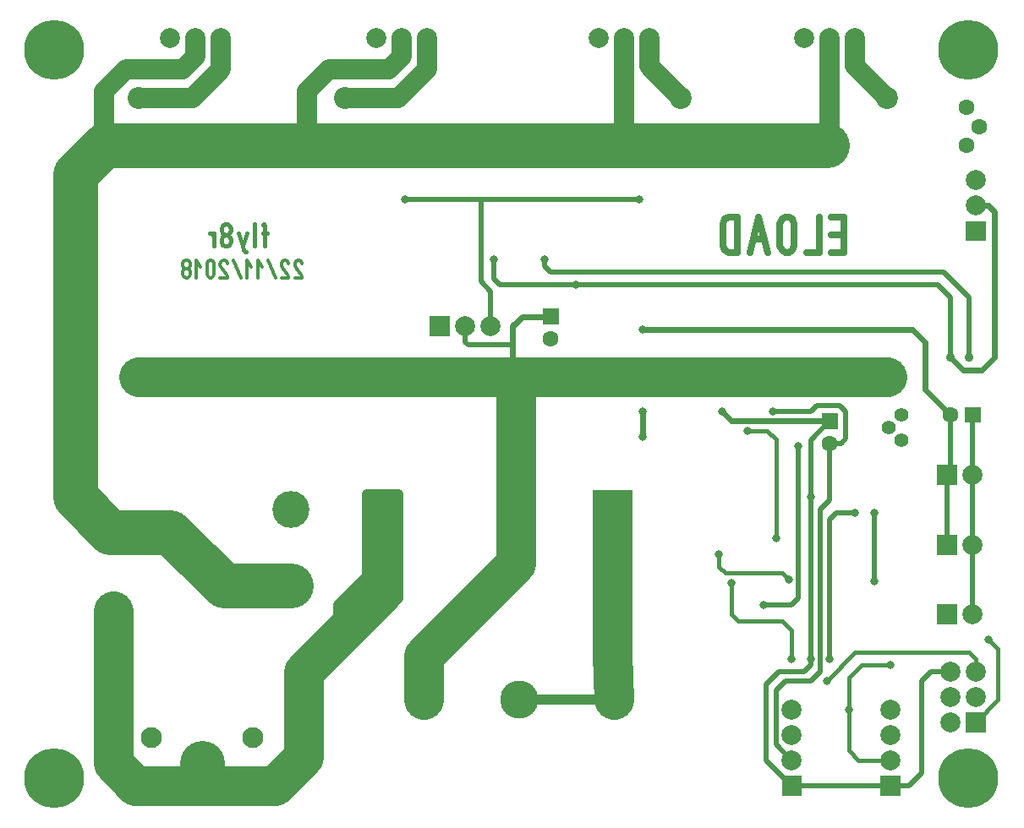
<source format=gbr>
%FSLAX34Y34*%
%MOMM*%
%LNCOPPER_BOTTOM*%
G71*
G01*
%ADD10C, 3.700*%
%ADD11C, 2.100*%
%ADD12C, 2.000*%
%ADD13C, 2.200*%
%ADD14C, 1.600*%
%ADD15C, 2.000*%
%ADD16C, 3.800*%
%ADD17C, 2.160*%
%ADD18C, 4.000*%
%ADD19C, 4.500*%
%ADD20C, 2.000*%
%ADD21C, 1.000*%
%ADD22C, 0.800*%
%ADD23C, 0.500*%
%ADD24C, 0.900*%
%ADD25C, 1.400*%
%ADD26C, 0.600*%
%ADD27C, 0.400*%
%ADD28C, 0.635*%
%ADD29C, 0.397*%
%ADD30C, 0.318*%
%ADD31C, 6.000*%
%LPD*%
X431800Y384050D02*
G54D10*
D03*
X431800Y307850D02*
G54D10*
D03*
X254000Y282450D02*
G54D10*
D03*
X342900Y130050D02*
G54D10*
D03*
X393700Y155450D02*
G54D11*
D03*
X292100Y155450D02*
G54D11*
D03*
X311150Y857125D02*
G54D12*
D03*
X336550Y857125D02*
G54D12*
D03*
X361950Y857125D02*
G54D12*
D03*
X279400Y796800D02*
G54D13*
D03*
X279400Y517400D02*
G54D13*
D03*
X485775Y796800D02*
G54D13*
D03*
X485775Y517400D02*
G54D13*
D03*
X822325Y796800D02*
G54D13*
D03*
X822325Y517400D02*
G54D13*
D03*
X1028700Y796800D02*
G54D13*
D03*
X1028700Y517400D02*
G54D13*
D03*
X517525Y857125D02*
G54D12*
D03*
X542925Y857125D02*
G54D12*
D03*
X568325Y857125D02*
G54D12*
D03*
X739775Y857125D02*
G54D12*
D03*
X765175Y857125D02*
G54D12*
D03*
X790575Y857125D02*
G54D12*
D03*
X946150Y857125D02*
G54D12*
D03*
X971550Y857125D02*
G54D12*
D03*
X996950Y857125D02*
G54D12*
D03*
X1108075Y787275D02*
G54D14*
D03*
X1120775Y768225D02*
G54D14*
D03*
X1108075Y749175D02*
G54D14*
D03*
G36*
X1122425Y471300D02*
X1106425Y471300D01*
X1106425Y487300D01*
X1122425Y487300D01*
X1122425Y471300D01*
G37*
X1092200Y479300D02*
G54D14*
D03*
G36*
X571025Y578200D02*
X591025Y578200D01*
X591025Y558200D01*
X571025Y558200D01*
X571025Y578200D01*
G37*
X606425Y568200D02*
G54D15*
D03*
X631825Y568200D02*
G54D15*
D03*
X565150Y193550D02*
G54D16*
D03*
X660150Y193550D02*
G54D16*
D03*
X755150Y193550D02*
G54D16*
D03*
G36*
X508875Y401350D02*
X538875Y401350D01*
X538875Y341350D01*
X508875Y341350D01*
X508875Y401350D01*
G37*
G36*
X738875Y401350D02*
X768875Y401350D01*
X768875Y341350D01*
X738875Y341350D01*
X738875Y401350D01*
G37*
X625475Y298325D02*
G54D17*
D03*
X523875Y298325D02*
G54D17*
D03*
G54D18*
X279400Y517400D02*
X1028700Y517400D01*
G54D18*
X565150Y193550D02*
X565150Y238000D01*
X657225Y330075D01*
X657225Y514225D01*
G54D18*
X523875Y371350D02*
X523875Y301500D01*
X444500Y222125D01*
X444500Y136400D01*
X415925Y107825D01*
X276225Y107825D01*
X254000Y130050D01*
X254000Y282450D01*
G54D19*
X342900Y130050D02*
X342900Y111000D01*
G54D20*
X279400Y796800D02*
X333375Y796800D01*
X361950Y825375D01*
X361950Y857125D01*
G54D20*
X485775Y796800D02*
X539750Y796800D01*
X568325Y825375D01*
X568325Y857125D01*
G54D20*
X790575Y857125D02*
X790575Y828550D01*
X822325Y796800D01*
G54D20*
X996950Y857125D02*
X996950Y828550D01*
X1028700Y796800D01*
G54D20*
X336550Y857125D02*
X336550Y838075D01*
X323850Y825375D01*
X266700Y825375D01*
X244475Y803150D01*
X244475Y749175D01*
G54D20*
X542925Y857125D02*
X542925Y838075D01*
X530225Y825375D01*
X469900Y825375D01*
X447675Y803150D01*
X447675Y749175D01*
G54D19*
X244475Y749175D02*
X968375Y749175D01*
G54D20*
X765175Y857125D02*
X765175Y749175D01*
G54D20*
X971550Y857125D02*
X971550Y752350D01*
G54D19*
X244475Y749175D02*
X215900Y720600D01*
X215900Y396750D01*
X250825Y361825D01*
X311150Y361825D01*
X365125Y307850D01*
X431800Y307850D01*
G36*
X508000Y399925D02*
X539750Y399925D01*
X539750Y295150D01*
X523875Y279275D01*
X479425Y279275D01*
X479425Y288800D01*
X508000Y317375D01*
X508000Y399925D01*
G37*
G54D21*
X508000Y399925D02*
X539750Y399925D01*
X539750Y295150D01*
X523875Y279275D01*
X479425Y279275D01*
X479425Y288800D01*
X508000Y317375D01*
X508000Y399925D01*
X546100Y695200D02*
G54D22*
D03*
X781050Y695200D02*
G54D22*
D03*
G54D23*
X546100Y695200D02*
X781050Y695200D01*
G36*
X1079025Y359125D02*
X1099025Y359125D01*
X1099025Y339125D01*
X1079025Y339125D01*
X1079025Y359125D01*
G37*
X1114025Y349125D02*
G54D15*
D03*
G36*
X1079025Y428975D02*
X1099025Y428975D01*
X1099025Y408975D01*
X1079025Y408975D01*
X1079025Y428975D01*
G37*
X1114025Y418975D02*
G54D15*
D03*
G36*
X1079025Y289275D02*
X1099025Y289275D01*
X1099025Y269275D01*
X1079025Y269275D01*
X1079025Y289275D01*
G37*
X1114025Y279275D02*
G54D15*
D03*
G36*
X700150Y585725D02*
X700150Y569725D01*
X684150Y569725D01*
X684150Y585725D01*
X700150Y585725D01*
G37*
X692150Y555500D02*
G54D14*
D03*
X635000Y634875D02*
G54D22*
D03*
X717550Y609475D02*
G54D22*
D03*
G54D23*
X635000Y634875D02*
X635000Y615825D01*
X641350Y609475D01*
X717550Y609475D01*
X685800Y634875D02*
G54D22*
D03*
G54D23*
X692150Y577725D02*
X663575Y577725D01*
X654050Y568200D01*
X654050Y549150D01*
X609600Y549150D01*
X606425Y552325D01*
X606425Y568200D01*
G54D23*
X631825Y568200D02*
X631825Y603125D01*
X622300Y612650D01*
X622300Y695200D01*
G54D23*
X717550Y609475D02*
X1057275Y609475D01*
G54D23*
X685800Y634875D02*
X685800Y628525D01*
X692150Y622175D01*
X1057275Y622175D01*
X1111250Y536450D02*
G54D24*
D03*
X1092200Y536450D02*
G54D24*
D03*
G54D23*
X1114025Y415800D02*
X1114025Y478900D01*
X1114425Y479300D01*
G54D23*
X1114025Y415800D02*
X1114025Y345950D01*
G54D23*
X1092200Y479300D02*
X1092200Y418975D01*
X1089025Y415800D01*
G54D23*
X1089025Y415800D02*
X1089025Y345950D01*
X1042988Y453900D02*
G54D25*
D03*
X1030288Y466600D02*
G54D25*
D03*
X1042988Y479300D02*
G54D25*
D03*
G36*
X979550Y480950D02*
X979550Y464950D01*
X963550Y464950D01*
X963550Y480950D01*
X979550Y480950D01*
G37*
X971550Y450725D02*
G54D14*
D03*
G36*
X1107600Y653450D02*
X1107600Y673450D01*
X1127600Y673450D01*
X1127600Y653450D01*
X1107600Y653450D01*
G37*
X1117600Y688850D02*
G54D15*
D03*
X1117600Y714250D02*
G54D15*
D03*
G36*
X923450Y97825D02*
X923450Y117825D01*
X943450Y117825D01*
X943450Y97825D01*
X923450Y97825D01*
G37*
X933450Y133225D02*
G54D15*
D03*
X933450Y158625D02*
G54D15*
D03*
X933450Y184025D02*
G54D15*
D03*
G36*
X1127600Y161325D02*
X1107600Y161325D01*
X1107600Y181325D01*
X1127600Y181325D01*
X1127600Y161325D01*
G37*
X1092200Y171325D02*
G54D12*
D03*
X1117600Y196725D02*
G54D12*
D03*
X1092200Y196725D02*
G54D12*
D03*
X1117600Y222125D02*
G54D12*
D03*
X1092200Y222125D02*
G54D12*
D03*
G54D23*
X1057275Y609475D02*
X1079500Y609475D01*
X1092200Y596775D01*
X1092200Y536450D01*
G54D23*
X1057275Y622175D02*
X1085850Y622175D01*
X1111250Y596775D01*
X1111250Y536450D01*
G54D26*
X1092200Y536450D02*
X1104900Y523750D01*
X1123950Y523750D01*
X1136650Y536450D01*
X1136650Y682500D01*
X1130300Y688850D01*
X1117600Y688850D01*
G36*
X1021875Y97825D02*
X1021875Y117825D01*
X1041875Y117825D01*
X1041875Y97825D01*
X1021875Y97825D01*
G37*
X1031875Y133225D02*
G54D15*
D03*
X1031875Y158625D02*
G54D15*
D03*
X1031875Y184025D02*
G54D15*
D03*
G54D23*
X1114025Y279275D02*
X1114025Y345950D01*
X996950Y380875D02*
G54D22*
D03*
X971550Y234825D02*
G54D22*
D03*
G54D23*
X996950Y380875D02*
X977900Y380875D01*
X971550Y374525D01*
X971550Y234825D01*
G54D23*
X971550Y450725D02*
X971550Y393575D01*
X962025Y384050D01*
X962025Y222125D01*
X952500Y212600D01*
X927100Y212600D01*
X917575Y203075D01*
X917575Y149100D01*
X933450Y133225D01*
G54D23*
X971550Y472950D02*
X952500Y453900D01*
X952500Y228475D01*
X946150Y222125D01*
X920750Y222125D01*
X908050Y209425D01*
X908050Y133225D01*
X933450Y107825D01*
X1031875Y107825D01*
X952500Y234825D02*
G54D22*
D03*
X952500Y396750D02*
G54D22*
D03*
X1130300Y253875D02*
G54D22*
D03*
G54D27*
X1130300Y253875D02*
X1139825Y244350D01*
X1139825Y193550D01*
X1117600Y171325D01*
G54D23*
X1031875Y107825D02*
X1050925Y107825D01*
X1063625Y120525D01*
X1063625Y212600D01*
X1073150Y222125D01*
X1092200Y222125D01*
X939800Y447550D02*
G54D22*
D03*
X904875Y288800D02*
G54D22*
D03*
G54D23*
X939800Y447550D02*
X939800Y295150D01*
X933450Y288800D01*
X904875Y288800D01*
X889000Y463425D02*
G54D22*
D03*
X917575Y355475D02*
G54D22*
D03*
G54D27*
X917575Y355475D02*
X917575Y454694D01*
X908844Y463425D01*
X889000Y463425D01*
X863600Y482475D02*
G54D22*
D03*
G54D26*
X971550Y472950D02*
X873125Y472950D01*
X863600Y482475D01*
X914400Y482475D02*
G54D22*
D03*
G54D23*
X914400Y482475D02*
X952500Y482475D01*
X958850Y488825D01*
X981075Y488825D01*
X987425Y482475D01*
X987425Y455488D01*
X982662Y450725D01*
X971550Y450725D01*
X1016000Y312612D02*
G54D22*
D03*
X1016000Y380875D02*
G54D22*
D03*
G54D23*
X1016000Y312612D02*
X1016000Y380875D01*
X968375Y212600D02*
G54D22*
D03*
X933450Y234825D02*
G54D22*
D03*
X873125Y311025D02*
G54D22*
D03*
G54D27*
X873125Y311025D02*
X873125Y279275D01*
X879475Y272925D01*
X923925Y272925D01*
X933450Y263400D01*
X933450Y234825D01*
G54D27*
X1117600Y222125D02*
X1117600Y234825D01*
X1111250Y241175D01*
X996950Y241175D01*
X968375Y212600D01*
X930275Y314200D02*
G54D22*
D03*
X860425Y339600D02*
G54D22*
D03*
G54D27*
X860425Y339600D02*
X860425Y326900D01*
X866775Y320550D01*
X923925Y320550D01*
X930275Y314200D01*
X784225Y457075D02*
G54D22*
D03*
X784225Y482475D02*
G54D22*
D03*
X784225Y565025D02*
G54D22*
D03*
G54D26*
X784225Y482475D02*
X784225Y457075D01*
G54D26*
X784225Y565025D02*
X1054100Y565025D01*
X1066800Y552325D01*
X1066800Y504700D01*
X1092200Y479300D01*
G54D26*
X692150Y577725D02*
X663575Y577725D01*
X654050Y568200D01*
X654050Y517400D01*
X657225Y514225D01*
X990600Y184025D02*
G54D22*
D03*
X1031875Y228475D02*
G54D22*
D03*
G54D27*
X1031875Y228475D02*
X1003300Y228475D01*
X990600Y215775D01*
X990600Y184025D01*
G54D27*
X990600Y184025D02*
X990600Y142750D01*
X1000125Y133225D01*
X1031875Y133225D01*
G54D28*
X973156Y642100D02*
X985600Y642100D01*
X985600Y677656D01*
X973156Y677656D01*
G54D28*
X985600Y659878D02*
X973156Y659878D01*
G54D28*
X960712Y677656D02*
X960712Y642100D01*
X948268Y642100D01*
G54D28*
X921602Y670989D02*
X921602Y648767D01*
X923380Y644322D01*
X926935Y642100D01*
X930491Y642100D01*
X934046Y644322D01*
X935824Y648767D01*
X935824Y670989D01*
X934046Y675433D01*
X930491Y677656D01*
X926935Y677656D01*
X923380Y675433D01*
X921602Y670989D01*
G54D28*
X909158Y642100D02*
X900269Y677656D01*
X891380Y642100D01*
G54D28*
X905602Y655433D02*
X894936Y655433D01*
G54D28*
X878936Y642100D02*
X878936Y677656D01*
X870047Y677656D01*
X866492Y675433D01*
X864714Y670989D01*
X864714Y648767D01*
X866492Y644322D01*
X870047Y642100D01*
X878936Y642100D01*
G54D29*
X405753Y648450D02*
X405753Y669283D01*
X404642Y670672D01*
X403530Y669839D01*
G54D29*
X407975Y660950D02*
X403530Y660950D01*
G54D29*
X395753Y648450D02*
X395753Y670672D01*
G54D29*
X387975Y660950D02*
X383530Y648450D01*
X379086Y660950D01*
G54D29*
X383530Y648450D02*
X384642Y644283D01*
X385753Y642894D01*
X386864Y642894D01*
G54D29*
X365752Y659561D02*
X367975Y659561D01*
X370197Y660950D01*
X371308Y663728D01*
X371308Y666506D01*
X370197Y669283D01*
X367975Y670672D01*
X365752Y670672D01*
X363530Y669283D01*
X362419Y666506D01*
X362419Y663728D01*
X363530Y660950D01*
X365752Y659561D01*
X363530Y658172D01*
X362419Y655394D01*
X362419Y652617D01*
X363530Y649839D01*
X365752Y648450D01*
X367975Y648450D01*
X370197Y649839D01*
X371308Y652617D01*
X371308Y655394D01*
X370197Y658172D01*
X367975Y659561D01*
G54D29*
X354641Y648450D02*
X354641Y660950D01*
G54D29*
X354641Y658172D02*
X352419Y660950D01*
X350196Y660950D01*
G54D30*
X435789Y616700D02*
X442900Y616700D01*
X442900Y617811D01*
X442011Y620033D01*
X436678Y626700D01*
X435789Y628922D01*
X435789Y631144D01*
X436678Y633367D01*
X438456Y634478D01*
X440233Y634478D01*
X442011Y633367D01*
X442900Y631144D01*
G54D30*
X422456Y616700D02*
X429567Y616700D01*
X429567Y617811D01*
X428678Y620033D01*
X423345Y626700D01*
X422456Y628922D01*
X422456Y631144D01*
X423345Y633367D01*
X425123Y634478D01*
X426900Y634478D01*
X428678Y633367D01*
X429567Y631144D01*
G54D30*
X416234Y616700D02*
X409123Y634478D01*
G54D30*
X402901Y627811D02*
X398457Y634478D01*
X398457Y616700D01*
G54D30*
X392235Y627811D02*
X387791Y634478D01*
X387791Y616700D01*
G54D30*
X381569Y616700D02*
X374458Y634478D01*
G54D30*
X361125Y616700D02*
X368236Y616700D01*
X368236Y617811D01*
X367347Y620033D01*
X362014Y626700D01*
X361125Y628922D01*
X361125Y631144D01*
X362014Y633367D01*
X363792Y634478D01*
X365569Y634478D01*
X367347Y633367D01*
X368236Y631144D01*
G54D30*
X347792Y631144D02*
X347792Y620033D01*
X348681Y617811D01*
X350459Y616700D01*
X352236Y616700D01*
X354014Y617811D01*
X354903Y620033D01*
X354903Y631144D01*
X354014Y633367D01*
X352236Y634478D01*
X350459Y634478D01*
X348681Y633367D01*
X347792Y631144D01*
G54D30*
X341570Y627811D02*
X337126Y634478D01*
X337126Y616700D01*
G54D30*
X326460Y625589D02*
X328237Y625589D01*
X330015Y626700D01*
X330904Y628922D01*
X330904Y631144D01*
X330015Y633367D01*
X328237Y634478D01*
X326460Y634478D01*
X324682Y633367D01*
X323793Y631144D01*
X323793Y628922D01*
X324682Y626700D01*
X326460Y625589D01*
X324682Y624478D01*
X323793Y622256D01*
X323793Y620033D01*
X324682Y617811D01*
X326460Y616700D01*
X328237Y616700D01*
X330015Y617811D01*
X330904Y620033D01*
X330904Y622256D01*
X330015Y624478D01*
X328237Y625589D01*
X195000Y845000D02*
G54D31*
D03*
X195000Y115000D02*
G54D31*
D03*
X1110000Y115000D02*
G54D31*
D03*
X1110000Y845000D02*
G54D31*
D03*
G54D18*
X753875Y384050D02*
X753875Y239900D01*
X755150Y193550D01*
G36*
X773875Y384050D02*
X733875Y384050D01*
X733875Y404050D01*
X773875Y404050D01*
X773875Y384050D01*
G37*
G54D21*
X660150Y193550D02*
X755150Y193550D01*
M02*

</source>
